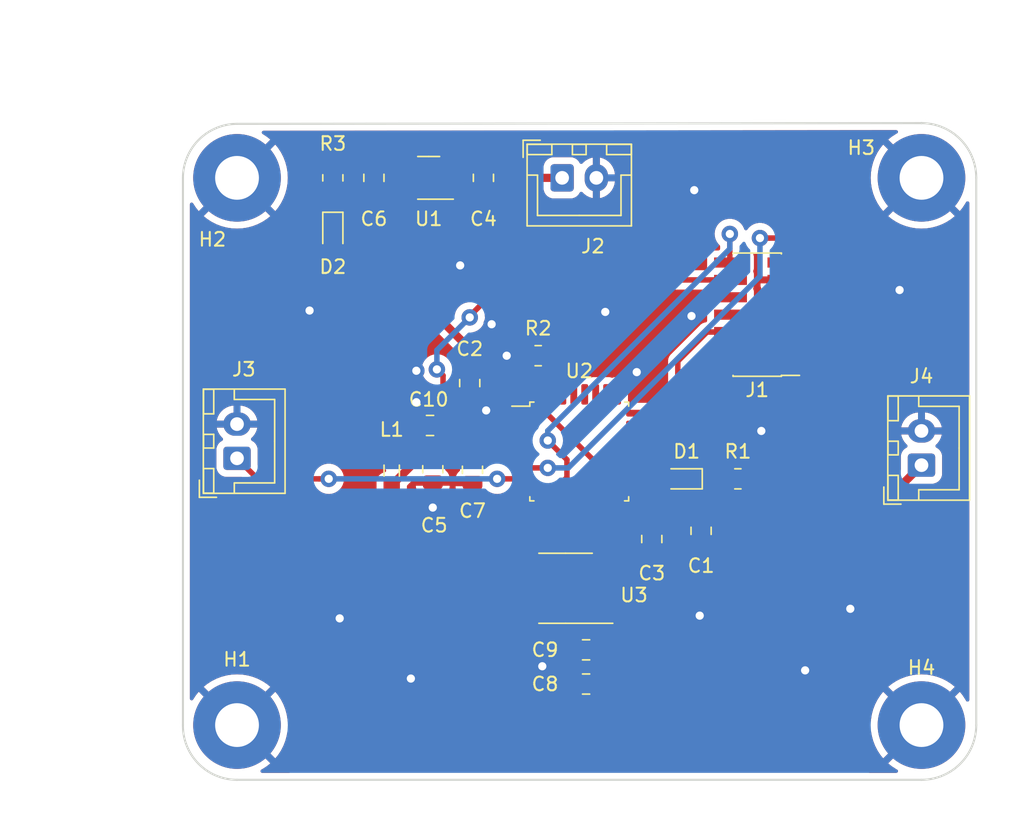
<source format=kicad_pcb>
(kicad_pcb (version 20211014) (generator pcbnew)
  (layers (0 "F.Cu" signal) (31 "B.Cu" signal) (34 "B.Paste" user) (35 "F.Paste" user) (36 "B.SilkS" user "B.Silkscreen") (37 "F.SilkS" user "F.Silkscreen") (38 "B.Mask" user) (39 "F.Mask" user) (44 "Edge.Cuts" user))
  (net 0 "")
  (net 1 "+3.3V")
  (net 2 "GND")
  (net 3 "+5V")
  (net 4 "+3.3VA")
  (net 5 "NRST")
  (net 6 "Net-(D1-Pad1)")
  (net 7 "LED_STATUS")
  (net 8 "Net-(D2-Pad1)")
  (net 11 "SWDIO")
  (net 12 "SWDCK")
  (net 16 "USART2_RX")
  (net 17 "USART2_TX")
  (net 18 "ADC_IN1")
  (net 19 "DAC_OUT")
  (net 20 "Net-(R2-Pad1)")
  (net 24 "DAC_nLDAC")
  (net 25 "DAC_nCS")
  (net 26 "SPI1_SCK")
  (net 28 "SPI1_MOSI")
  (footprint "Resistor_SMD:R_0805_2012Metric" (layer "F.Cu") (at 67 40 90)
    (fp_text reference "R3" (at 2.5 0 180) (layer "F.SilkS"))
    (fp_text value "1k")
    (fp_line (start -0.227064 -0.735) (end 0.227064 -0.735) (layer "F.SilkS") (width 0.12))
    (fp_line (start -0.227064 0.735) (end 0.227064 0.735) (layer "F.SilkS") (width 0.12))
    (pad "1" smd roundrect (at -0.9125 0 90) (size 1.025 1.4) (layers "F.Cu" "F.Paste" "F.Mask") (roundrect_rratio 0.243902439) (net 8 "Net-(D2-Pad1)"))
    (pad "2" smd roundrect (at 0.9125 0 90) (size 1.025 1.4) (layers "F.Cu" "F.Paste" "F.Mask") (roundrect_rratio 0.243902439) (net 2 "GND"))
  )
  (footprint "MountingHole:MountingHole_3.2mm_M3_Pad" (layer "F.Cu") (at 110 40)
    (fp_text reference "H3" (at -4.4 -2.2) (layer "F.SilkS"))
    (fp_text value "MountingHole_Pad")
    (pad "1" thru_hole circle (at 0 0) (size 6.4 6.4) (drill 3.2) (layers *.Cu *.Mask) (net 2 "GND"))
  )
  (footprint "Capacitor_SMD:C_0805_2012Metric" (layer "F.Cu") (at 93.9 65.8 -90)
    (fp_text reference "C1" (at 2.55 0 180) (layer "F.SilkS"))
    (fp_text value "4u7")
    (fp_line (start -0.261252 -0.735) (end 0.261252 -0.735) (layer "F.SilkS") (width 0.12))
    (fp_line (start -0.261252 0.735) (end 0.261252 0.735) (layer "F.SilkS") (width 0.12))
    (pad "1" smd roundrect (at -0.95 0 270) (size 1 1.45) (layers "F.Cu" "F.Paste" "F.Mask") (net 1 "+3.3V"))
    (pad "2" smd roundrect (at 0.95 0 270) (size 1 1.45) (layers "F.Cu" "F.Paste" "F.Mask") (net 2 "GND"))
  )
  (footprint "Capacitor_SMD:C_0805_2012Metric" (layer "F.Cu") (at 77.2 61.3375 -90)
    (fp_text reference "C7" (at 3 0) (layer "F.SilkS"))
    (fp_text value "10n")
    (fp_line (start -0.261252 0.735) (end 0.261252 0.735) (layer "F.SilkS") (width 0.12))
    (fp_line (start -0.261252 -0.735) (end 0.261252 -0.735) (layer "F.SilkS") (width 0.12))
    (pad "1" smd roundrect (at -0.95 0 270) (size 1 1.45) (layers "F.Cu" "F.Paste" "F.Mask") (net 4 "+3.3VA"))
    (pad "2" smd roundrect (at 0.95 0 270) (size 1 1.45) (layers "F.Cu" "F.Paste" "F.Mask") (net 2 "GND"))
  )
  (footprint "Capacitor_SMD:C_0805_2012Metric" (layer "F.Cu") (at 78 40 90)
    (fp_text reference "C4" (at -3 0 180) (layer "F.SilkS"))
    (fp_text value "1uF")
    (fp_line (start -0.261252 0.735) (end 0.261252 0.735) (layer "F.SilkS") (width 0.12))
    (fp_line (start -0.261252 -0.735) (end 0.261252 -0.735) (layer "F.SilkS") (width 0.12))
    (pad "1" smd roundrect (at -0.95 0 90) (size 1 1.45) (layers "F.Cu" "F.Paste" "F.Mask") (net 3 "+5V"))
    (pad "2" smd roundrect (at 0.95 0 90) (size 1 1.45) (layers "F.Cu" "F.Paste" "F.Mask") (net 2 "GND"))
  )
  (footprint "LED_SMD:LED_0603_1608Metric" (layer "F.Cu") (at 67 44 -90)
    (fp_text reference "D2" (at 2.5 0 180) (layer "F.SilkS"))
    (fp_text value "GREEN LED")
    (fp_line (start -1.485 -0.735) (end -1.485 0.735) (layer "F.SilkS") (width 0.12))
    (fp_line (start 0.8 -0.735) (end -1.485 -0.735) (layer "F.SilkS") (width 0.12))
    (fp_line (start -1.485 0.735) (end 0.8 0.735) (layer "F.SilkS") (width 0.12))
    (pad "1" smd roundrect (at -0.7875 0 270) (size 0.875 0.95) (layers "F.Cu" "F.Paste" "F.Mask") (net 8 "Net-(D2-Pad1)"))
    (pad "2" smd roundrect (at 0.7875 0 270) (size 0.875 0.95) (layers "F.Cu" "F.Paste" "F.Mask") (net 1 "+3.3V"))
  )
  (footprint "Connector_JST:JST_XH_B2B-XH-A_1x02_P2.50mm_Vertical" (layer "F.Cu") (at 83.75 40)
    (fp_text reference "J2" (at 2.25 5) (layer "F.SilkS"))
    (fp_text value "POWER")
    (fp_line (start -2.55 -1.7) (end -0.75 -1.7) (layer "F.SilkS") (width 0.12))
    (fp_line (start -0.75 -2.45) (end -2.55 -2.45) (layer "F.SilkS") (width 0.12))
    (fp_line (start -0.75 -1.7) (end -0.75 -2.45) (layer "F.SilkS") (width 0.12))
    (fp_line (start 0.75 -1.7) (end 1.75 -1.7) (layer "F.SilkS") (width 0.12))
    (fp_line (start -2.85 -2.75) (end -2.85 -1.5) (layer "F.SilkS") (width 0.12))
    (fp_line (start -2.56 3.51) (end 5.06 3.51) (layer "F.SilkS") (width 0.12))
    (fp_line (start 5.06 3.51) (end 5.06 -2.46) (layer "F.SilkS") (width 0.12))
    (fp_line (start 1.75 -2.45) (end 0.75 -2.45) (layer "F.SilkS") (width 0.12))
    (fp_line (start 5.06 -2.46) (end -2.56 -2.46) (layer "F.SilkS") (width 0.12))
    (fp_line (start 0.75 -2.45) (end 0.75 -1.7) (layer "F.SilkS") (width 0.12))
    (fp_line (start -1.8 2.75) (end 1.25 2.75) (layer "F.SilkS") (width 0.12))
    (fp_line (start 5.05 -1.7) (end 5.05 -2.45) (layer "F.SilkS") (width 0.12))
    (fp_line (start 5.05 -0.2) (end 4.3 -0.2) (layer "F.SilkS") (width 0.12))
    (fp_line (start -2.55 -0.2) (end -1.8 -0.2) (layer "F.SilkS") (width 0.12))
    (fp_line (start 1.75 -1.7) (end 1.75 -2.45) (layer "F.SilkS") (width 0.12))
    (fp_line (start 3.25 -1.7) (end 5.05 -1.7) (layer "F.SilkS") (width 0.12))
    (fp_line (start -2.56 -2.46) (end -2.56 3.51) (layer "F.SilkS") (width 0.12))
    (fp_line (start 4.3 -0.2) (end 4.3 2.75) (layer "F.SilkS") (width 0.12))
    (fp_line (start 5.05 -2.45) (end 3.25 -2.45) (layer "F.SilkS") (width 0.12))
    (fp_line (start 4.3 2.75) (end 1.25 2.75) (layer "F.SilkS") (width 0.12))
    (fp_line (start -1.6 -2.75) (end -2.85 -2.75) (layer "F.SilkS") (width 0.12))
    (fp_line (start -2.55 -2.45) (end -2.55 -1.7) (layer "F.SilkS") (width 0.12))
    (fp_line (start 3.25 -2.45) (end 3.25 -1.7) (layer "F.SilkS") (width 0.12))
    (fp_line (start -1.8 -0.2) (end -1.8 2.75) (layer "F.SilkS") (width 0.12))
    (pad "1" thru_hole roundrect (at 0 0) (size 1.7 2) (drill 1) (layers *.Cu *.Mask) (roundrect_rratio 0.1470588235) (net 3 "+5V"))
    (pad "2" thru_hole oval (at 2.5 0) (size 1.7 2) (drill 1) (layers *.Cu *.Mask) (net 2 "GND"))
  )
  (footprint "Resistor_SMD:R_0805_2012Metric" (layer "F.Cu") (at 96.5875 62)
    (fp_text reference "R1" (at 0 -2) (layer "F.SilkS"))
    (fp_text value "1k")
    (fp_line (start -0.227064 -0.735) (end 0.227064 -0.735) (layer "F.SilkS") (width 0.12))
    (fp_line (start -0.227064 0.735) (end 0.227064 0.735) (layer "F.SilkS") (width 0.12))
    (pad "1" smd roundrect (at -0.9125 0) (size 1.025 1.4) (layers "F.Cu" "F.Paste" "F.Mask") (roundrect_rratio 0.243902439) (net 6 "Net-(D1-Pad1)"))
    (pad "2" smd roundrect (at 0.9125 0) (size 1.025 1.4) (layers "F.Cu" "F.Paste" "F.Mask") (roundrect_rratio 0.243902439) (net 2 "GND"))
  )
  (footprint "Resistor_SMD:R_0805_2012Metric" (layer "F.Cu") (at 82 53 180)
    (fp_text reference "R2" (at 0 2) (layer "F.SilkS"))
    (fp_text value "100k")
    (fp_line (start -0.227064 0.735) (end 0.227064 0.735) (layer "F.SilkS") (width 0.12))
    (fp_line (start -0.227064 -0.735) (end 0.227064 -0.735) (layer "F.SilkS") (width 0.12))
    (pad "1" smd roundrect (at -0.9125 0 180) (size 1.025 1.4) (layers "F.Cu" "F.Paste" "F.Mask") (roundrect_rratio 0.243902439) (net 20 "Net-(R2-Pad1)"))
    (pad "2" smd roundrect (at 0.9125 0 180) (size 1.025 1.4) (layers "F.Cu" "F.Paste" "F.Mask") (roundrect_rratio 0.243902439) (net 2 "GND"))
  )
  (footprint "Package_SO:SOIC-8_3.9x4.9mm_P1.27mm" (layer "F.Cu") (at 84 70 180)
    (fp_text reference "U3" (at -5 -0.5) (layer "F.SilkS"))
    (fp_text value "MCP4801-E/SN")
    (fp_line (start 0 2.56) (end -1.95 2.56) (layer "F.SilkS") (width 0.12))
    (fp_line (start 0 2.56) (end 1.95 2.56) (layer "F.SilkS") (width 0.12))
    (fp_line (start 0 -2.56) (end -3.45 -2.56) (layer "F.SilkS") (width 0.12))
    (fp_line (start 0 -2.56) (end 1.95 -2.56) (layer "F.SilkS") (width 0.12))
    (pad "1" smd roundrect (at -2.475 -1.905 180) (size 1.95 0.6) (layers "F.Cu" "F.Paste" "F.Mask") (net 4 "+3.3VA"))
    (pad "2" smd roundrect (at -2.475 -0.635 180) (size 1.95 0.6) (layers "F.Cu" "F.Paste" "F.Mask") (net 25 "DAC_nCS"))
    (pad "3" smd roundrect (at -2.475 0.635 180) (size 1.95 0.6) (layers "F.Cu" "F.Paste" "F.Mask") (net 26 "SPI1_SCK"))
    (pad "4" smd roundrect (at -2.475 1.905 180) (size 1.95 0.6) (layers "F.Cu" "F.Paste" "F.Mask") (net 28 "SPI1_MOSI"))
    (pad "5" smd roundrect (at 2.475 1.905 180) (size 1.95 0.6) (layers "F.Cu" "F.Paste" "F.Mask") (net 24 "DAC_nLDAC"))
    (pad "6" smd roundrect (at 2.475 0.635 180) (size 1.95 0.6) (layers "F.Cu" "F.Paste" "F.Mask") (net 4 "+3.3VA"))
    (pad "7" smd roundrect (at 2.475 -0.635 180) (size 1.95 0.6) (layers "F.Cu" "F.Paste" "F.Mask") (net 2 "GND"))
    (pad "8" smd roundrect (at 2.475 -1.905 180) (size 1.95 0.6) (layers "F.Cu" "F.Paste" "F.Mask") (net 19 "DAC_OUT"))
  )
  (footprint "MountingHole:MountingHole_3.2mm_M3_Pad" (layer "F.Cu") (at 110 80)
    (fp_text reference "H4" (at 0 -4.2) (layer "F.SilkS"))
    (fp_text value "MountingHole_Pad")
    (pad "1" thru_hole circle (at 0 0) (size 6.4 6.4) (drill 3.2) (layers *.Cu *.Mask) (net 2 "GND"))
  )
  (footprint "Capacitor_SMD:C_0805_2012Metric" (layer "F.Cu") (at 85.5 77 180)
    (fp_text reference "C8" (at 3 0) (layer "F.SilkS"))
    (fp_text value "10u")
    (fp_line (start -0.261252 -0.735) (end 0.261252 -0.735) (layer "F.SilkS") (width 0.12))
    (fp_line (start -0.261252 0.735) (end 0.261252 0.735) (layer "F.SilkS") (width 0.12))
    (pad "1" smd roundrect (at -0.95 0 180) (size 1 1.45) (layers "F.Cu" "F.Paste" "F.Mask") (net 4 "+3.3VA"))
    (pad "2" smd roundrect (at 0.95 0 180) (size 1 1.45) (layers "F.Cu" "F.Paste" "F.Mask") (net 2 "GND"))
  )
  (footprint "Connector_JST:JST_XH_B2B-XH-A_1x02_P2.50mm_Vertical" (layer "F.Cu") (at 60 60.5 90)
    (fp_text reference "J3" (at 6.5 0.5 180) (layer "F.SilkS"))
    (fp_text value "INPUT")
    (fp_line (start -1.8 -0.2) (end -1.8 2.75) (layer "F.SilkS") (width 0.12))
    (fp_line (start -0.75 -2.45) (end -2.55 -2.45) (layer "F.SilkS") (width 0.12))
    (fp_line (start 1.75 -1.7) (end 1.75 -2.45) (layer "F.SilkS") (width 0.12))
    (fp_line (start 5.05 -2.45) (end 3.25 -2.45) (layer "F.SilkS") (width 0.12))
    (fp_line (start 5.05 -1.7) (end 5.05 -2.45) (layer "F.SilkS") (width 0.12))
    (fp_line (start 1.75 -2.45) (end 0.75 -2.45) (layer "F.SilkS") (width 0.12))
    (fp_line (start 5.06 3.51) (end 5.06 -2.46) (layer "F.SilkS") (width 0.12))
    (fp_line (start 5.06 -2.46) (end -2.56 -2.46) (layer "F.SilkS") (width 0.12))
    (fp_line (start 3.25 -2.45) (end 3.25 -1.7) (layer "F.SilkS") (width 0.12))
    (fp_line (start -2.55 -2.45) (end -2.55 -1.7) (layer "F.SilkS") (width 0.12))
    (fp_line (start 4.3 2.75) (end 1.25 2.75) (layer "F.SilkS") (width 0.12))
    (fp_line (start 3.25 -1.7) (end 5.05 -1.7) (layer "F.SilkS") (width 0.12))
    (fp_line (start -1.8 2.75) (end 1.25 2.75) (layer "F.SilkS") (width 0.12))
    (fp_line (start -1.6 -2.75) (end -2.85 -2.75) (layer "F.SilkS") (width 0.12))
    (fp_line (start -2.56 3.51) (end 5.06 3.51) (layer "F.SilkS") (width 0.12))
    (fp_line (start 0.75 -2.45) (end 0.75 -1.7) (layer "F.SilkS") (width 0.12))
    (fp_line (start -2.55 -1.7) (end -0.75 -1.7) (layer "F.SilkS") (width 0.12))
    (fp_line (start 4.3 -0.2) (end 4.3 2.75) (layer "F.SilkS") (width 0.12))
    (fp_line (start -2.85 -2.75) (end -2.85 -1.5) (layer "F.SilkS") (width 0.12))
    (fp_line (start -2.55 -0.2) (end -1.8 -0.2) (layer "F.SilkS") (width 0.12))
    (fp_line (start 0.75 -1.7) (end 1.75 -1.7) (layer "F.SilkS") (width 0.12))
    (fp_line (start -2.56 -2.46) (end -2.56 3.51) (layer "F.SilkS") (width 0.12))
    (fp_line (start 5.05 -0.2) (end 4.3 -0.2) (layer "F.SilkS") (width 0.12))
    (fp_line (start -0.75 -1.7) (end -0.75 -2.45) (layer "F.SilkS") (width 0.12))
    (pad "1" thru_hole roundrect (at 0 0 90) (size 1.7 2) (drill 1) (layers *.Cu *.Mask) (roundrect_rratio 0.1470588235) (net 18 "ADC_IN1"))
    (pad "2" thru_hole oval (at 2.5 0 90) (size 1.7 2) (drill 1) (layers *.Cu *.Mask) (net 2 "GND"))
  )
  (footprint "Package_TO_SOT_SMD:SOT-23-5" (layer "F.Cu") (at 74 40 180)
    (fp_text reference "U1" (at 0 -3 180) (layer "F.SilkS"))
    (fp_text value "BU33SD5WG-TR")
    (fp_line (start 0 1.56) (end -0.8 1.56) (layer "F.SilkS") (width 0.12))
    (fp_line (start 0 -1.56) (end 0.8 -1.56) (layer "F.SilkS") (width 0.12))
    (fp_line (start 0 -1.56) (end -1.8 -1.56) (layer "F.SilkS") (width 0.12))
    (fp_line (start 0 1.56) (end 0.8 1.56) (layer "F.SilkS") (width 0.12))
    (pad "1" smd roundrect (at -1.1375 -0.95 180) (size 1.325 0.6) (layers "F.Cu" "F.Paste" "F.Mask") (net 3 "+5V"))
    (pad "2" smd roundrect (at -1.1375 0 180) (size 1.325 0.6) (layers "F.Cu" "F.Paste" "F.Mask") (net 2 "GND"))
    (pad "3" smd roundrect (at -1.1375 0.95 180) (size 1.325 0.6) (layers "F.Cu" "F.Paste" "F.Mask") (net 3 "+5V"))
    (pad "4" smd roundrect (at 1.1375 0.95 180) (size 1.325 0.6) (layers "F.Cu" "F.Paste" "F.Mask"))
    (pad "5" smd roundrect (at 1.1375 -0.95 180) (size 1.325 0.6) (layers "F.Cu" "F.Paste" "F.Mask") (net 1 "+3.3V"))
  )
  (footprint "Package_QFP:LQFP-32_7x7mm_P0.8mm" (layer "F.Cu") (at 85 60)
    (fp_text reference "U2" (at 0 -5.88) (layer "F.SilkS"))
    (fp_text value "STM32L021K4Tx")
    (fp_line (start 3.31 -3.61) (end 3.61 -3.61) (layer "F.SilkS") (width 0.12))
    (fp_line (start 3.61 -3.61) (end 3.61 -3.31) (layer "F.SilkS") (width 0.12))
    (fp_line (start -3.61 3.61) (end -3.61 3.31) (layer "F.SilkS") (width 0.12))
    (fp_line (start 3.31 3.61) (end 3.61 3.61) (layer "F.SilkS") (width 0.12))
    (fp_line (start -3.61 -3.31) (end -4.925 -3.31) (layer "F.SilkS") (width 0.12))
    (fp_line (start -3.31 -3.61) (end -3.61 -3.61) (layer "F.SilkS") (width 0.12))
    (fp_line (start -3.31 3.61) (end -3.61 3.61) (layer "F.SilkS") (width 0.12))
    (fp_line (start 3.61 3.61) (end 3.61 3.31) (layer "F.SilkS") (width 0.12))
    (fp_line (start -3.61 -3.61) (end -3.61 -3.31) (layer "F.SilkS") (width 0.12))
    (pad "1" smd roundrect (at -4.175 -2.8) (size 1.5 0.5) (layers "F.Cu" "F.Paste" "F.Mask") (net 1 "+3.3V"))
    (pad "2" smd roundrect (at -4.175 -2) (size 1.5 0.5) (layers "F.Cu" "F.Paste" "F.Mask"))
    (pad "3" smd roundrect (at -4.175 -1.2) (size 1.5 0.5) (layers "F.Cu" "F.Paste" "F.Mask"))
    (pad "4" smd roundrect (at -4.175 -0.4) (size 1.5 0.5) (layers "F.Cu" "F.Paste" "F.Mask") (net 5 "NRST"))
    (pad "5" smd roundrect (at -4.175 0.4) (size 1.5 0.5) (layers "F.Cu" "F.Paste" "F.Mask") (net 4 "+3.3VA"))
    (pad "6" smd roundrect (at -4.175 1.2) (size 1.5 0.5) (layers "F.Cu" "F.Paste" "F.Mask") (net 16 "USART2_RX"))
    (pad "7" smd roundrect (at -4.175 2) (size 1.5 0.5) (layers "F.Cu" "F.Paste" "F.Mask") (net 18 "ADC_IN1"))
    (pad "8" smd roundrect (at -4.175 2.8) (size 1.5 0.5) (layers "F.Cu" "F.Paste" "F.Mask") (net 17 "USART2_TX"))
    (pad "9" smd roundrect (at -2.8 4.175) (size 0.5 1.5) (layers "F.Cu" "F.Paste" "F.Mask") (net 24 "DAC_nLDAC"))
    (pad "10" smd roundrect (at -2 4.175) (size 0.5 1.5) (layers "F.Cu" "F.Paste" "F.Mask") (net 25 "DAC_nCS"))
    (pad "11" smd roundrect (at -1.2 4.175) (size 0.5 1.5) (layers "F.Cu" "F.Paste" "F.Mask") (net 26 "SPI1_SCK"))
    (pad "12" smd roundrect (at -0.4 4.175) (size 0.5 1.5) (layers "F.Cu" "F.Paste" "F.Mask"))
    (pad "13" smd roundrect (at 0.4 4.175) (size 0.5 1.5) (layers "F.Cu" "F.Paste" "F.Mask") (net 28 "SPI1_MOSI"))
    (pad "14" smd roundrect (at 1.2 4.175) (size 0.5 1.5) (layers "F.Cu" "F.Paste" "F.Mask"))
    (pad "15" smd roundrect (at 2 4.175) (size 0.5 1.5) (layers "F.Cu" "F.Paste" "F.Mask"))
    (pad "16" smd roundrect (at 2.8 4.175) (size 0.5 1.5) (layers "F.Cu" "F.Paste" "F.Mask") (net 2 "GND"))
    (pad "17" smd roundrect (at 4.175 2.8) (size 1.5 0.5) (layers "F.Cu" "F.Paste" "F.Mask") (net 1 "+3.3V"))
    (pad "18" smd roundrect (at 4.175 2) (size 1.5 0.5) (layers "F.Cu" "F.Paste" "F.Mask") (net 7 "LED_STATUS"))
    (pad "19" smd roundrect (at 4.175 1.2) (size 1.5 0.5) (layers "F.Cu" "F.Paste" "F.Mask"))
    (pad "20" smd roundrect (at 4.175 0.4) (size 1.5 0.5) (layers "F.Cu" "F.Paste" "F.Mask"))
    (pad "21" smd roundrect (at 4.175 -0.4) (size 1.5 0.5) (layers "F.Cu" "F.Paste" "F.Mask"))
    (pad "22" smd roundrect (at 4.175 -1.2) (size 1.5 0.5) (layers "F.Cu" "F.Paste" "F.Mask"))
    (pad "23" smd roundrect (at 4.175 -2) (size 1.5 0.5) (layers "F.Cu" "F.Paste" "F.Mask") (net 11 "SWDIO"))
    (pad "24" smd roundrect (at 4.175 -2.8) (size 1.5 0.5) (layers "F.Cu" "F.Paste" "F.Mask") (net 12 "SWDCK"))
    (pad "25" smd roundrect (at 2.8 -4.175) (size 0.5 1.5) (layers "F.Cu" "F.Paste" "F.Mask"))
    (pad "26" smd roundrect (at 2 -4.175) (size 0.5 1.5) (layers "F.Cu" "F.Paste" "F.Mask"))
    (pad "27" smd roundrect (at 1.2 -4.175) (size 0.5 1.5) (layers "F.Cu" "F.Paste" "F.Mask"))
    (pad "28" smd roundrect (at 0.4 -4.175) (size 0.5 1.5) (layers "F.Cu" "F.Paste" "F.Mask"))
    (pad "29" smd roundrect (at -0.4 -4.175) (size 0.5 1.5) (layers "F.Cu" "F.Paste" "F.Mask"))
    (pad "30" smd roundrect (at -1.2 -4.175) (size 0.5 1.5) (layers "F.Cu" "F.Paste" "F.Mask"))
    (pad "31" smd roundrect (at -2 -4.175) (size 0.5 1.5) (layers "F.Cu" "F.Paste" "F.Mask") (net 20 "Net-(R2-Pad1)"))
    (pad "32" smd roundrect (at -2.8 -4.175) (size 0.5 1.5) (layers "F.Cu" "F.Paste" "F.Mask") (net 2 "GND"))
  )
  (footprint "Connector_JST:JST_XH_B2B-XH-A_1x02_P2.50mm_Vertical" (layer "F.Cu") (at 110 61 90)
    (fp_text reference "J4" (at 6.5 0 180) (layer "F.SilkS"))
    (fp_text value "OUTPUT")
    (fp_line (start -1.6 -2.75) (end -2.85 -2.75) (layer "F.SilkS") (width 0.12))
    (fp_line (start -2.55 -1.7) (end -0.75 -1.7) (layer "F.SilkS") (width 0.12))
    (fp_line (start 1.75 -2.45) (end 0.75 -2.45) (layer "F.SilkS") (width 0.12))
    (fp_line (start 5.05 -0.2) (end 4.3 -0.2) (layer "F.SilkS") (width 0.12))
    (fp_line (start 5.05 -2.45) (end 3.25 -2.45) (layer "F.SilkS") (width 0.12))
    (fp_line (start 0.75 -1.7) (end 1.75 -1.7) (layer "F.SilkS") (width 0.12))
    (fp_line (start 5.06 -2.46) (end -2.56 -2.46) (layer "F.SilkS") (width 0.12))
    (fp_line (start 3.25 -2.45) (end 3.25 -1.7) (layer "F.SilkS") (width 0.12))
    (fp_line (start -2.55 -2.45) (end -2.55 -1.7) (layer "F.SilkS") (width 0.12))
    (fp_line (start 5.06 3.51) (end 5.06 -2.46) (layer "F.SilkS") (width 0.12))
    (fp_line (start 0.75 -2.45) (end 0.75 -1.7) (layer "F.SilkS") (width 0.12))
    (fp_line (start 4.3 2.75) (end 1.25 2.75) (layer "F.SilkS") (width 0.12))
    (fp_line (start -2.85 -2.75) (end -2.85 -1.5) (layer "F.SilkS") (width 0.12))
    (fp_line (start -1.8 -0.2) (end -1.8 2.75) (layer "F.SilkS") (width 0.12))
    (fp_line (start 4.3 -0.2) (end 4.3 2.75) (layer "F.SilkS") (width 0.12))
    (fp_line (start -2.56 3.51) (end 5.06 3.51) (layer "F.SilkS") (width 0.12))
    (fp_line (start 1.75 -1.7) (end 1.75 -2.45) (layer "F.SilkS") (width 0.12))
    (fp_line (start -2.55 -0.2) (end -1.8 -0.2) (layer "F.SilkS") (width 0.12))
    (fp_line (start -1.8 2.75) (end 1.25 2.75) (layer "F.SilkS") (width 0.12))
    (fp_line (start 3.25 -1.7) (end 5.05 -1.7) (layer "F.SilkS") (width 0.12))
    (fp_line (start -0.75 -1.7) (end -0.75 -2.45) (layer "F.SilkS") (width 0.12))
    (fp_line (start 5.05 -1.7) (end 5.05 -2.45) (layer "F.SilkS") (width 0.12))
    (fp_line (start -2.56 -2.46) (end -2.56 3.51) (layer "F.SilkS") (width 0.12))
    (fp_line (start -0.75 -2.45) (end -2.55 -2.45) (layer "F.SilkS") (width 0.12))
    (pad "1" thru_hole roundrect (at 0 0 90) (size 1.7 2) (drill 1) (layers *.Cu *.Mask) (roundrect_rratio 0.1470588235) (net 19 "DAC_OUT"))
    (pad "2" thru_hole oval (at 2.5 0 90) (size 1.7 2) (drill 1) (layers *.Cu *.Mask) (net 2 "GND"))
  )
  (footprint "Capacitor_SMD:C_0805_2012Metric" (layer "F.Cu") (at 74.1 58.1 180)
    (fp_text reference "C10" (at 0.1 1.9) (layer "F.SilkS"))
    (fp_text value "100n")
    (fp_line (start -0.261252 0.735) (end 0.261252 0.735) (layer "F.SilkS") (width 0.12))
    (fp_line (start -0.261252 -0.735) (end 0.261252 -0.735) (layer "F.SilkS") (width 0.12))
    (pad "1" smd roundrect (at -0.95 0 180) (size 1 1.45) (layers "F.Cu" "F.Paste" "F.Mask") (net 5 "NRST"))
    (pad "2" smd roundrect (at 0.95 0 180) (size 1 1.45) (layers "F.Cu" "F.Paste" "F.Mask") (net 2 "GND"))
  )
  (footprint "Connector_PinHeader_1.27mm:PinHeader_2x07_P1.27mm_Vertical_SMD" (layer "F.Cu") (at 98 50 180)
    (fp_text reference "J1" (at 0 -5.505) (layer "F.SilkS"))
    (fp_text value "Conn_02x07_Odd_Even")
    (fp_line (start -1.765 -4.505) (end -1.765 -4.44) (layer "F.SilkS") (width 0.12))
    (fp_line (start -1.765 4.505) (end 1.765 4.505) (layer "F.SilkS") (width 0.12))
    (fp_line (start -1.765 4.44) (end -1.765 4.505) (layer "F.SilkS") (width 0.12))
    (fp_line (start 1.765 4.44) (end 1.765 4.505) (layer "F.SilkS") (width 0.12))
    (fp_line (start -3.09 -4.44) (end -1.765 -4.44) (layer "F.SilkS") (width 0.12))
    (fp_line (start 1.765 -4.505) (end 1.765 -4.44) (layer "F.SilkS") (width 0.12))
    (fp_line (start -1.765 -4.505) (end 1.765 -4.505) (layer "F.SilkS") (width 0.12))
    (pad "1" smd rect (at -1.95 -3.81 180) (size 2.4 0.74) (layers "F.Cu" "F.Paste" "F.Mask"))
    (pad "2" smd rect (at 1.95 -3.81 180) (size 2.4 0.74) (layers "F.Cu" "F.Paste" "F.Mask"))
    (pad "3" smd rect (at -1.95 -2.54 180) (size 2.4 0.74) (layers "F.Cu" "F.Paste" "F.Mask") (net 1 "+3.3V"))
    (pad "4" smd rect (at 1.95 -2.54 180) (size 2.4 0.74) (layers "F.Cu" "F.Paste" "F.Mask") (net 11 "SWDIO"))
    (pad "5" smd rect (at -1.95 -1.27 180) (size 2.4 0.74) (layers "F.Cu" "F.Paste" "F.Mask") (net 2 "GND"))
    (pad "6" smd rect (at 1.95 -1.27 180) (size 2.4 0.74) (layers "F.Cu" "F.Paste" "F.Mask") (net 12 "SWDCK"))
    (pad "7" smd rect (at -1.95 0 180) (size 2.4 0.74) (layers "F.Cu" "F.Paste" "F.Mask") (net 2 "GND"))
    (pad "8" smd rect (at 1.95 0 180) (size 2.4 0.74) (layers "F.Cu" "F.Paste" "F.Mask"))
    (pad "9" smd rect (at -1.95 1.27 180) (size 2.4 0.74) (layers "F.Cu" "F.Paste" "F.Mask"))
    (pad "10" smd rect (at 1.95 1.27 180) (size 2.4 0.74) (layers "F.Cu" "F.Paste" "F.Mask"))
    (pad "11" smd rect (at -1.95 2.54 180) (size 2.4 0.74) (layers "F.Cu" "F.Paste" "F.Mask") (net 2 "GND"))
    (pad "12" smd rect (at 1.95 2.54 180) (size 2.4 0.74) (layers "F.Cu" "F.Paste" "F.Mask") (net 5 "NRST"))
    (pad "13" smd rect (at -1.95 3.81 180) (size 2.4 0.74) (layers "F.Cu" "F.Paste" "F.Mask") (net 16 "USART2_RX"))
    (pad "14" smd rect (at 1.95 3.81 180) (size 2.4 0.74) (layers "F.Cu" "F.Paste" "F.Mask") (net 17 "USART2_TX"))
  )
  (footprint "Capacitor_SMD:C_0805_2012Metric" (layer "F.Cu") (at 74.3 61.3 -90)
    (fp_text reference "C5" (at 4.1 -0.1) (layer "F.SilkS"))
    (fp_text value "1u")
    (fp_line (start -0.261252 0.735) (end 0.261252 0.735) (layer "F.SilkS") (width 0.12))
    (fp_line (start -0.261252 -0.735) (end 0.261252 -0.735) (layer "F.SilkS") (width 0.12))
    (pad "1" smd roundrect (at -0.95 0 270) (size 1 1.45) (layers "F.Cu" "F.Paste" "F.Mask") (net 4 "+3.3VA"))
    (pad "2" smd roundrect (at 0.95 0 270) (size 1 1.45) (layers "F.Cu" "F.Paste" "F.Mask") (net 2 "GND"))
  )
  (footprint "Capacitor_SMD:C_0805_2012Metric" (layer "F.Cu") (at 70 40 90)
    (fp_text reference "C6" (at -3 0 180) (layer "F.SilkS"))
    (fp_text value "1uF")
    (fp_line (start -0.261252 0.735) (end 0.261252 0.735) (layer "F.SilkS") (width 0.12))
    (fp_line (start -0.261252 -0.735) (end 0.261252 -0.735) (layer "F.SilkS") (width 0.12))
    (pad "1" smd roundrect (at -0.95 0 90) (size 1 1.45) (layers "F.Cu" "F.Paste" "F.Mask") (net 1 "+3.3V"))
    (pad "2" smd roundrect (at 0.95 0 90) (size 1 1.45) (layers "F.Cu" "F.Paste" "F.Mask") (net 2 "GND"))
  )
  (footprint "MountingHole:MountingHole_3.2mm_M3_Pad" (layer "F.Cu") (at 60 80)
    (fp_text reference "H1" (at 0 -4.8) (layer "F.SilkS"))
    (fp_text value "MountingHole_Pad")
    (pad "1" thru_hole circle (at 0 0) (size 6.4 6.4) (drill 3.2) (layers *.Cu *.Mask) (net 2 "GND"))
  )
  (footprint "Capacitor_SMD:C_0805_2012Metric" (layer "F.Cu") (at 90.3 66.4 -90)
    (fp_text reference "C3" (at 2.5 0 180) (layer "F.SilkS"))
    (fp_text value "100n")
    (fp_line (start -0.261252 -0.735) (end 0.261252 -0.735) (layer "F.SilkS") (width 0.12))
    (fp_line (start -0.261252 0.735) (end 0.261252 0.735) (layer "F.SilkS") (width 0.12))
    (pad "1" smd roundrect (at -0.95 0 270) (size 1 1.45) (layers "F.Cu" "F.Paste" "F.Mask") (net 1 "+3.3V"))
    (pad "2" smd roundrect (at 0.95 0 270) (size 1 1.45) (layers "F.Cu" "F.Paste" "F.Mask") (net 2 "GND"))
  )
  (footprint "Capacitor_SMD:C_0805_2012Metric" (layer "F.Cu") (at 85.5 74.5 180)
    (fp_text reference "C9" (at 3 0) (layer "F.SilkS"))
    (fp_text value "100n")
    (fp_line (start -0.261252 0.735) (end 0.261252 0.735) (layer "F.SilkS") (width 0.12))
    (fp_line (start -0.261252 -0.735) (end 0.261252 -0.735) (layer "F.SilkS") (width 0.12))
    (pad "1" smd roundrect (at -0.95 0 180) (size 1 1.45) (layers "F.Cu" "F.Paste" "F.Mask") (net 4 "+3.3VA"))
    (pad "2" smd roundrect (at 0.95 0 180) (size 1 1.45) (layers "F.Cu" "F.Paste" "F.Mask") (net 2 "GND"))
  )
  (footprint "Inductor_SMD:L_0805_2012Metric" (layer "F.Cu") (at 71.3 61.4 90)
    (fp_text reference "L1" (at 3 0) (layer "F.SilkS"))
    (fp_text value "39n")
    (fp_line (start -0.399622 -0.56) (end 0.399622 -0.56) (layer "F.SilkS") (width 0.12))
    (fp_line (start -0.399622 0.56) (end 0.399622 0.56) (layer "F.SilkS") (width 0.12))
    (pad "1" smd roundrect (at -1.0625 0 90) (size 0.875 1.2) (layers "F.Cu" "F.Paste" "F.Mask") (net 4 "+3.3VA"))
    (pad "2" smd roundrect (at 1.0625 0 90) (size 0.875 1.2) (layers "F.Cu" "F.Paste" "F.Mask") (net 1 "+3.3V"))
  )
  (footprint "MountingHole:MountingHole_3.2mm_M3_Pad" (layer "F.Cu") (at 60 40)
    (fp_text reference "H2" (at -1.8 4.5) (layer "F.SilkS"))
    (fp_text value "MountingHole_Pad")
    (pad "1" thru_hole circle (at 0 0) (size 6.4 6.4) (drill 3.2) (layers *.Cu *.Mask) (net 2 "GND"))
  )
  (footprint "LED_SMD:LED_0603_1608Metric" (layer "F.Cu") (at 92.5 62 180)
    (fp_text reference "D1" (at -0.3425 2) (layer "F.SilkS"))
    (fp_text value "ORANGE TLM01100-GS8")
    (fp_line (start -1.485 0.735) (end 0.8 0.735) (layer "F.SilkS") (width 0.12))
    (fp_line (start -1.485 -0.735) (end -1.485 0.735) (layer "F.SilkS") (width 0.12))
    (fp_line (start 0.8 -0.735) (end -1.485 -0.735) (layer "F.SilkS") (width 0.12))
    (pad "1" smd roundrect (at -0.7875 0 180) (size 0.875 0.95) (layers "F.Cu" "F.Paste" "F.Mask") (net 6 "Net-(D1-Pad1)"))
    (pad "2" smd roundrect (at 0.7875 0 180) (size 0.875 0.95) (layers "F.Cu" "F.Paste" "F.Mask") (net 7 "LED_STATUS"))
  )
  (footprint "Capacitor_SMD:C_0805_2012Metric" (layer "F.Cu") (at 77 55 -90)
    (fp_text reference "C2" (at -2.5 0 180) (layer "F.SilkS"))
    (fp_text value "100n")
    (fp_line (start -0.261252 0.735) (end 0.261252 0.735) (layer "F.SilkS") (width 0.12))
    (fp_line (start -0.261252 -0.735) (end 0.261252 -0.735) (layer "F.SilkS") (width 0.12))
    (pad "1" smd roundrect locked (at -0.95 0 270) (size 1 1.45) (layers "F.Cu" "F.Paste" "F.Mask") (net 1 "+3.3V"))
    (pad "2" smd roundrect locked (at 0.95 0 270) (size 1 1.45) (layers "F.Cu" "F.Paste" "F.Mask") (net 2 "GND"))
  )
  (gr_line (start 60.000221 36.051616) (end 110 36) (layer "Edge.Cuts") (width 0.15))
  (gr_line (start 110 83.999999) (end 60 83.999999) (layer "Edge.Cuts") (width 0.15))
  (gr_arc (start 110 36) (mid 112.828427 37.171573) (end 114 40) (layer "Edge.Cuts") (width 0.15))
  (gr_arc (start 114 80) (mid 112.828427 82.828427) (end 110 83.999999) (layer "Edge.Cuts") (width 0.15))
  (gr_arc (start 56.048813 40.000573) (mid 57.211973 37.213046) (end 60.000221 36.051616) (layer "Edge.Cuts") (width 0.15))
  (gr_line (start 114 40) (end 114 80) (layer "Edge.Cuts") (width 0.15))
  (gr_line (start 56.048812 80.000573) (end 56.048813 40.000573) (layer "Edge.Cuts") (width 0.15))
  (gr_arc (start 60 83.999999) (mid 57.189448 82.825173) (end 56.048812 80.000573) (layer "Edge.Cuts") (width 0.15))
  (gr_line (start 110 36) (end 110 36) (layer "Edge.Cuts") (width 0.15))
  (gr_text "Kévin OKONSKI et Jérôme DUPOUTS" (at 85 81.7) (layer "F.Cu") (effects (font (size 1.5 1.5) (thickness 0.3))))
  (segment (start 68.3125 44.7875) (end 70 43.1) (width 0.6) (layer "F.Cu") (net 1))
  (segment (start 67 44.7875) (end 68.3125 44.7875) (width 0.6) (layer "F.Cu") (net 1))
  (segment (start 102.64 52.54) (end 99.95 52.54) (width 0.6) (layer "F.Cu") (net 1))
  (segment (start 80.825 57.2) (end 79.9 57.2) (width 0.4) (layer "F.Cu") (net 1))
  (segment (start 79.3 56.6) (end 79.3 54.9) (width 0.4) (layer "F.Cu") (net 1))
  (segment (start 93.9 64.85) (end 101.35 64.85) (width 0.6) (layer "F.Cu") (net 1))
  (segment (start 79.3 54.9) (end 78.45 54.05) (width 0.4) (layer "F.Cu") (net 1))
  (segment (start 69.2875 44.7875) (end 68.3125 44.7875) (width 0.6) (layer "F.Cu") (net 1))
  (segment (start 89.6 62.8) (end 90.3 63.5) (width 0.4) (layer "F.Cu") (net 1))
  (segment (start 89.175 62.8) (end 89.6 62.8) (width 0.4) (layer "F.Cu") (net 1))
  (segment (start 70 40.95) (end 72.8625 40.95) (width 0.6) (layer "F.Cu") (net 1))
  (segment (start 92.65 64.85) (end 93.9 64.85) (width 0.6) (layer "F.Cu") (net 1))
  (segment (start 71.3 50) (end 72.9 48.4) (width 0.4) (layer "F.Cu") (net 1))
  (segment (start 82.6 57.2) (end 80.825 57.2) (width 0.4) (layer "F.Cu") (net 1))
  (segment (start 90.3 65.45) (end 92.05 65.45) (width 0.6) (layer "F.Cu") (net 1))
  (segment (start 90.3 63.5) (end 90.3 65.45) (width 0.4) (layer "F.Cu") (net 1))
  (segment (start 88.2 62.8) (end 82.6 57.2) (width 0.4) (layer "F.Cu") (net 1))
  (segment (start 79.9 57.2) (end 79.3 56.6) (width 0.4) (layer "F.Cu") (net 1))
  (segment (start 71.3 60.3375) (end 71.3 50) (width 0.4) (layer "F.Cu") (net 1))
  (segment (start 78.45 54.05) (end 77 54.05) (width 0.4) (layer "F.Cu") (net 1))
  (segment (start 77 54.05) (end 77 52.5) (width 0.6) (layer "F.Cu") (net 1))
  (segment (start 89.175 62.8) (end 88.2 62.8) (width 0.4) (layer "F.Cu") (net 1))
  (segment (start 103.3 62.9) (end 103.3 53.2) (width 0.6) (layer "F.Cu") (net 1))
  (segment (start 92.05 65.45) (end 92.65 64.85) (width 0.6) (layer "F.Cu") (net 1))
  (segment (start 101.35 64.85) (end 103.3 62.9) (width 0.6) (layer "F.Cu") (net 1))
  (segment (start 77 52.5) (end 72.9 48.4) (width 0.6) (layer "F.Cu") (net 1))
  (segment (start 70 43.1) (end 70 40.95) (width 0.6) (layer "F.Cu") (net 1))
  (segment (start 103.3 53.2) (end 102.64 52.54) (width 0.6) (layer "F.Cu") (net 1))
  (segment (start 72.9 48.4) (end 69.2875 44.7875) (width 0.6) (layer "F.Cu") (net 1))
  (via (at 93.8 72) (size 1.2) (drill 0.6) (layers "F.Cu" "B.Cu") (net 2))
  (via (at 74.3 64.1) (size 1.2) (drill 0.6) (layers "F.Cu" "B.Cu") (net 2))
  (via (at 82.3 75.7) (size 1.2) (drill 0.6) (layers "F.Cu" "B.Cu") (net 2))
  (via (at 76.3 46.4) (size 1.2) (drill 0.6) (layers "F.Cu" "B.Cu") (net 2))
  (via (at 104.8 71.5) (size 1.2) (drill 0.6) (layers "F.Cu" "B.Cu") (net 2))
  (via (at 78.6 50.7) (size 1.2) (drill 0.6) (layers "F.Cu" "B.Cu") (net 2))
  (via (at 78.2 57) (size 1.2) (drill 0.6) (layers "F.Cu" "B.Cu") (net 2))
  (via (at 65.3 49.7) (size 1.2) (drill 0.6) (layers "F.Cu" "B.Cu") (net 2))
  (via (at 73.1 54.1) (size 1.2) (drill 0.6) (layers "F.Cu" "B.Cu") (net 2))
  (via (at 72.7 76.6) (size 1.2) (drill 0.6) (layers "F.Cu" "B.Cu") (net 2))
  (via (at 93.2 50.1) (size 1.2) (drill 0.6) (layers "F.Cu" "B.Cu") (net 2))
  (via (at 101.5 76) (size 1.2) (drill 0.6) (layers "F.Cu" "B.Cu") (net 2))
  (via (at 79.7 53) (size 1.2) (drill 0.6) (layers "F.Cu" "B.Cu") (net 2))
  (via (at 93.4 40.9) (size 1.2) (drill 0.6) (layers "F.Cu" "B.Cu") (net 2))
  (via (at 108.4 48.2) (size 1.2) (drill 0.6) (layers "F.Cu" "B.Cu") (net 2))
  (via (at 89.2 54.2) (size 1.2) (drill 0.6) (layers "F.Cu" "B.Cu") (net 2))
  (via (at 86.9 49.8) (size 1.2) (drill 0.6) (layers "F.Cu" "B.Cu") (net 2))
  (via (at 98.3 58.5) (size 1.2) (drill 0.6) (layers "F.Cu" "B.Cu") (net 2))
  (via (at 73.1 56.4) (size 1.2) (drill 0.6) (layers "F.Cu" "B.Cu") (net 2))
  (via (at 67.5 72.2) (size 1.2) (drill 0.6) (layers "F.Cu" "B.Cu") (net 2))
  (segment (start 73.975 39.580761) (end 73.975 40.419239) (width 0.4) (layer "F.Cu") (net 3))
  (segment (start 78 40.95) (end 75.1375 40.95) (width 0.6) (layer "F.Cu") (net 3))
  (segment (start 74.505761 39.05) (end 73.975 39.580761) (width 0.4) (layer "F.Cu") (net 3))
  (segment (start 74.505761 40.95) (end 75.1375 40.95) (width 0.4) (layer "F.Cu") (net 3))
  (segment (start 80.6 40) (end 83.75 40) (width 0.6) (layer "F.Cu") (net 3))
  (segment (start 79.65 40.95) (end 80.6 40) (width 0.6) (layer "F.Cu") (net 3))
  (segment (start 78 40.95) (end 79.65 40.95) (width 0.6) (layer "F.Cu") (net 3))
  (segment (start 75.1375 39.05) (end 74.505761 39.05) (width 0.4) (layer "F.Cu") (net 3))
  (segment (start 73.975 40.419239) (end 74.505761 40.95) (width 0.4) (layer "F.Cu") (net 3))
  (segment (start 71.3 62.4625) (end 71.3 65.925) (width 0.6) (layer "F.Cu") (net 4))
  (segment (start 86.475 74.475) (end 86.45 74.5) (width 0.4) (layer "F.Cu") (net 4))
  (segment (start 82.149239 69.365) (end 84.68924 71.905) (width 0.4) (layer "F.Cu") (net 4))
  (segment (start 71.3 65.925) (end 74.74 69.365) (width 0.6) (layer "F.Cu") (net 4))
  (segment (start 80.8125 60.3875) (end 80.825 60.4) (width 0.4) (layer "F.Cu") (net 4))
  (segment (start 81.525 69.365) (end 82.149239 69.365) (width 0.4) (layer "F.Cu") (net 4))
  (segment (start 77.2 60.3875) (end 80.8125 60.3875) (width 0.4) (layer "F.Cu") (net 4))
  (segment (start 81.525 69.365) (end 74.74 69.365) (width 0.6) (layer "F.Cu") (net 4))
  (segment (start 74.3 60.35) (end 77.1625 60.35) (width 0.6) (layer "F.Cu") (net 4))
  (segment (start 86.475 71.905) (end 86.475 74.475) (width 0.4) (layer "F.Cu") (net 4))
  (segment (start 86.45 74.5) (end 86.45 77) (width 0.6) (layer "F.Cu") (net 4))
  (segment (start 73.4125 60.35) (end 71.3 62.4625) (width 0.6) (layer "F.Cu") (net 4))
  (segment (start 74.3 60.35) (end 73.4125 60.35) (width 0.6) (layer "F.Cu") (net 4))
  (segment (start 84.68924 71.905) (end 86.475 71.905) (width 0.4) (layer "F.Cu") (net 4))
  (segment (start 77.1625 60.35) (end 77.2 60.3875) (width 0.6) (layer "F.Cu") (net 4))
  (segment (start 75.05 54.45) (end 74.6 54) (width 0.4) (layer "F.Cu") (net 5))
  (segment (start 75.05 58.1) (end 75.05 54.45) (width 0.4) (layer "F.Cu") (net 5))
  (segment (start 77.6 49.5) (end 77 50.1) (width 0.4) (layer "F.Cu") (net 5))
  (segment (start 96.05 47.46) (end 79.64 47.46) (width 0.4) (layer "F.Cu") (net 5))
  (segment (start 78.491117 58.1) (end 79.991117 59.6) (width 0.4) (layer "F.Cu") (net 5))
  (segment (start 79.64 47.46) (end 77.6 49.5) (width 0.4) (layer "F.Cu") (net 5))
  (segment (start 79.991117 59.6) (end 80.825 59.6) (width 0.4) (layer "F.Cu") (net 5))
  (segment (start 75.05 58.1) (end 78.491117 58.1) (width 0.4) (layer "F.Cu") (net 5))
  (segment (start 77 50.1) (end 77 50.2) (width 0.4) (layer "F.Cu") (net 5))
  (via (at 74.6 54) (size 1.2) (drill 0.6) (layers "F.Cu" "B.Cu") (net 5))
  (via (at 77 50.2) (size 1.2) (drill 0.6) (layers "F.Cu" "B.Cu") (net 5))
  (segment (start 74.6 54) (end 74.6 52.6) (width 0.4) (layer "B.Cu") (net 5))
  (segment (start 74.6 52.6) (end 77 50.2) (width 0.4) (layer "B.Cu") (net 5))
  (segment (start 93.2875 62) (end 95.675 62) (width 0.6) (layer "F.Cu") (net 6))
  (segment (start 89.175 62) (end 91.7125 62) (width 0.4) (layer "F.Cu") (net 7))
  (segment (start 67 43.2125) (end 67 40.9125) (width 0.6) (layer "F.Cu") (net 8))
  (segment (start 93 53.8) (end 94.26 52.54) (width 0.4) (layer "F.Cu") (net 11))
  (segment (start 91.4 58) (end 93 56.4) (width 0.4) (layer "F.Cu") (net 11))
  (segment (start 94.26 52.54) (end 96.05 52.54) (width 0.4) (layer "F.Cu") (net 11))
  (segment (start 93 56.4) (end 93 53.8) (width 0.4) (layer "F.Cu") (net 11))
  (segment (start 89.175 58) (end 91.4 58) (width 0.4) (layer "F.Cu") (net 11))
  (segment (start 92.2 53.4) (end 94.33 51.27) (width 0.4) (layer "F.Cu") (net 12))
  (segment (start 89.175 57.2) (end 91 57.2) (width 0.4) (layer "F.Cu") (net 12))
  (segment (start 92.2 56) (end 92.2 53.4) (width 0.4) (layer "F.Cu") (net 12))
  (segment (start 94.33 51.27) (end 96.05 51.27) (width 0.4) (layer "F.Cu") (net 12))
  (segment (start 91 57.2) (end 92.2 56) (width 0.4) (layer "F.Cu") (net 12))
  (segment (start 82.7 61.2) (end 80.825 61.2) (width 0.4) (layer "F.Cu") (net 16))
  (segment (start 99.95 44.75) (end 99.8 44.6) (width 0.4) (layer "F.Cu") (net 16))
  (segment (start 98.9 44.4) (end 98.2 44.4) (width 0.4) (layer "F.Cu") (net 16))
  (segment (start 99.95 46.19) (end 99.95 44.75) (width 0.4) (layer "F.Cu") (net 16))
  (segment (start 99.6 44.4) (end 98.9 44.4) (width 0.4) (layer "F.Cu") (net 16))
  (segment (start 99.8 44.6) (end 99.6 44.4) (width 0.4) (layer "F.Cu") (net 16))
  (via (at 98.2 44.4) (size 1.2) (drill 0.6) (layers "F.Cu" "B.Cu") (net 16))
  (via (at 82.7 61.2) (size 1.2) (drill 0.6) (layers "F.Cu" "B.Cu") (net 16))
  (segment (start 98.2 47.2) (end 98.2 44.4) (width 0.4) (layer "B.Cu") (net 16))
  (segment (start 84.2 61.2) (end 98.2 47.2) (width 0.4) (layer "B.Cu") (net 16))
  (segment (start 82.7 61.2) (end 84.2 61.2) (width 0.4) (layer "B.Cu") (net 16))
  (segment (start 82.7 59.2) (end 84.1 60.6) (width 0.4) (layer "F.Cu") (net 17))
  (segment (start 84.1 60.6) (end 84.1 61.9) (width 0.4) (layer "F.Cu") (net 17))
  (segment (start 96 44.1) (end 96 46.14) (width 0.4) (layer "F.Cu") (net 17))
  (segment (start 83.2 62.8) (end 80.825 62.8) (width 0.4) (layer "F.Cu") (net 17))
  (segment (start 96 46.14) (end 96.05 46.19) (width 0.4) (layer "F.Cu") (net 17))
  (segment (start 84.1 61.9) (end 83.2 62.8) (width 0.4) (layer "F.Cu") (net 17))
  (via (at 96 44.1) (size 1.2) (drill 0.6) (layers "F.Cu" "B.Cu") (net 17))
  (via (at 82.7 59.2) (size 1.2) (drill 0.6) (layers "F.Cu" "B.Cu") (net 17))
  (segment (start 96 45.185786) (end 82.7 58.485786) (width 0.4) (layer "B.Cu") (net 17))
  (segment (start 82.7 58.485786) (end 82.7 59.2) (width 0.4) (layer "B.Cu") (net 17))
  (segment (start 96 44.1) (end 96 45.185786) (width 0.4) (layer "B.Cu") (net 17))
  (segment (start 79 62) (end 80.825 62) (width 0.4) (layer "F.Cu") (net 18))
  (segment (start 61.5 62) (end 60 60.5) (width 0.4) (layer "F.Cu") (net 18))
  (segment (start 66 62) (end 66.7 62) (width 0.4) (layer "F.Cu") (net 18))
  (segment (start 66 62) (end 61.5 62) (width 0.4) (layer "F.Cu") (net 18))
  (via (at 66.7 62) (size 1.2) (drill 0.6) (layers "F.Cu" "B.Cu") (net 18))
  (via (at 79 62) (size 1.2) (drill 0.6) (layers "F.Cu" "B.Cu") (net 18))
  (segment (start 66.7 62) (end 79 62) (width 0.4) (layer "B.Cu") (net 18))
  (segment (start 80.2 76.6) (end 82.8 79.2) (width 0.6) (layer "F.Cu") (net 19))
  (segment (start 91.8 79.2) (end 110 61) (width 0.6) (layer "F.Cu") (net 19))
  (segment (start 81.525 71.905) (end 80.2 73.23) (width 0.6) (layer "F.Cu") (net 19))
  (segment (start 82.8 79.2) (end 91.8 79.2) (width 0.6) (layer "F.Cu") (net 19))
  (segment (start 80.2 73.23) (end 80.2 76.6) (width 0.6) (layer "F.Cu") (net 19))
  (segment (start 82.9125 53) (end 82.9125 55.7375) (width 0.3) (layer "F.Cu") (net 20))
  (segment (start 82.9125 55.7375) (end 83 55.825) (width 0.3) (layer "F.Cu") (net 20))
  (segment (start 82.2 64.175) (end 82.2 67.42) (width 0.4) (layer "F.Cu") (net 24))
  (segment (start 82.2 67.42) (end 81.525 68.095) (width 0.4) (layer "F.Cu") (net 24))
  (segment (start 86.475 70.635) (end 84.409189 70.635) (width 0.4) (layer "F.Cu") (net 25))
  (segment (start 84.409189 70.635) (end 83 69.225811) (width 0.4) (layer "F.Cu") (net 25))
  (segment (start 83 69.225811) (end 83 64.175) (width 0.4) (layer "F.Cu") (net 25))
  (segment (start 84.165 69.365) (end 86.475 69.365) (width 0.4) (layer "F.Cu") (net 26))
  (segment (start 83.8 69) (end 84.165 69.365) (width 0.4) (layer "F.Cu") (net 26))
  (segment (start 83.8 64.175) (end 83.8 69) (width 0.4) (layer "F.Cu") (net 26))
  (segment (start 86.475 68.095) (end 85.4 67.02) (width 0.4) (layer "F.Cu") (net 28))
  (segment (start 85.4 67.02) (end 85.4 64.175) (width 0.4) (layer "F.Cu") (net 28))
  (zone (net 2) (net_name "GND") (layer "F.Cu") (connect_pads (clearance 0.508)) (min_thickness 0.254) (fill yes (thermal_gap 0.508) (thermal_bridge_width 0.508))
    (polygon (pts (xy 117.5 86.5) (xy 47.5 86.5) (xy 47.5 27) (xy 117.5 27)))
  )
  (zone (net 2) (net_name "GND") (layer "B.Cu") (connect_pads (clearance 0.508)) (min_thickness 0.254) (fill yes (thermal_gap 0.508) (thermal_bridge_width 0.508))
    (polygon (pts (xy 117.5 86.5) (xy 47.5 86.5) (xy 47.5 27) (xy 117.5 27)))
  )
)
</source>
